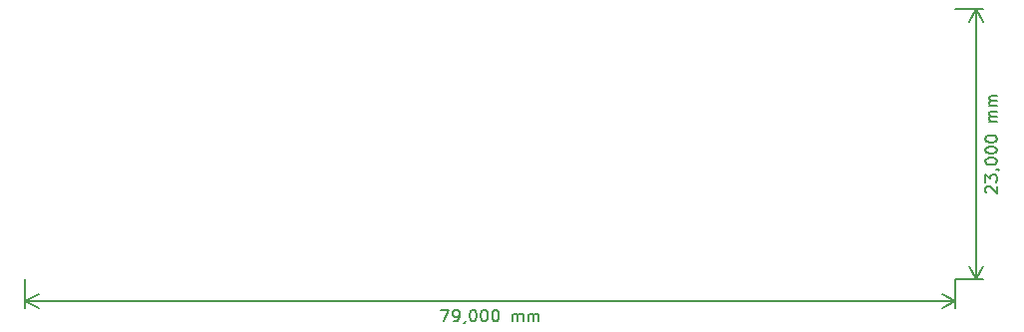
<source format=gbr>
%TF.GenerationSoftware,KiCad,Pcbnew,5.1.6-c6e7f7d~86~ubuntu18.04.1*%
%TF.CreationDate,2020-05-25T18:50:18+02:00*%
%TF.ProjectId,power_supply_5V,706f7765-725f-4737-9570-706c795f3556,1.2*%
%TF.SameCoordinates,Original*%
%TF.FileFunction,OtherDrawing,Comment*%
%FSLAX46Y46*%
G04 Gerber Fmt 4.6, Leading zero omitted, Abs format (unit mm)*
G04 Created by KiCad (PCBNEW 5.1.6-c6e7f7d~86~ubuntu18.04.1) date 2020-05-25 18:50:18*
%MOMM*%
%LPD*%
G01*
G04 APERTURE LIST*
%ADD10C,0.150000*%
G04 APERTURE END LIST*
D10*
X155279619Y-94166657D02*
X155232000Y-94119038D01*
X155184380Y-94023800D01*
X155184380Y-93785704D01*
X155232000Y-93690466D01*
X155279619Y-93642847D01*
X155374857Y-93595228D01*
X155470095Y-93595228D01*
X155612952Y-93642847D01*
X156184380Y-94214276D01*
X156184380Y-93595228D01*
X155184380Y-93261895D02*
X155184380Y-92642847D01*
X155565333Y-92976180D01*
X155565333Y-92833323D01*
X155612952Y-92738085D01*
X155660571Y-92690466D01*
X155755809Y-92642847D01*
X155993904Y-92642847D01*
X156089142Y-92690466D01*
X156136761Y-92738085D01*
X156184380Y-92833323D01*
X156184380Y-93119038D01*
X156136761Y-93214276D01*
X156089142Y-93261895D01*
X156136761Y-92166657D02*
X156184380Y-92166657D01*
X156279619Y-92214276D01*
X156327238Y-92261895D01*
X155184380Y-91547609D02*
X155184380Y-91452371D01*
X155232000Y-91357133D01*
X155279619Y-91309514D01*
X155374857Y-91261895D01*
X155565333Y-91214276D01*
X155803428Y-91214276D01*
X155993904Y-91261895D01*
X156089142Y-91309514D01*
X156136761Y-91357133D01*
X156184380Y-91452371D01*
X156184380Y-91547609D01*
X156136761Y-91642847D01*
X156089142Y-91690466D01*
X155993904Y-91738085D01*
X155803428Y-91785704D01*
X155565333Y-91785704D01*
X155374857Y-91738085D01*
X155279619Y-91690466D01*
X155232000Y-91642847D01*
X155184380Y-91547609D01*
X155184380Y-90595228D02*
X155184380Y-90499990D01*
X155232000Y-90404752D01*
X155279619Y-90357133D01*
X155374857Y-90309514D01*
X155565333Y-90261895D01*
X155803428Y-90261895D01*
X155993904Y-90309514D01*
X156089142Y-90357133D01*
X156136761Y-90404752D01*
X156184380Y-90499990D01*
X156184380Y-90595228D01*
X156136761Y-90690466D01*
X156089142Y-90738085D01*
X155993904Y-90785704D01*
X155803428Y-90833323D01*
X155565333Y-90833323D01*
X155374857Y-90785704D01*
X155279619Y-90738085D01*
X155232000Y-90690466D01*
X155184380Y-90595228D01*
X155184380Y-89642847D02*
X155184380Y-89547609D01*
X155232000Y-89452371D01*
X155279619Y-89404752D01*
X155374857Y-89357133D01*
X155565333Y-89309514D01*
X155803428Y-89309514D01*
X155993904Y-89357133D01*
X156089142Y-89404752D01*
X156136761Y-89452371D01*
X156184380Y-89547609D01*
X156184380Y-89642847D01*
X156136761Y-89738085D01*
X156089142Y-89785704D01*
X155993904Y-89833323D01*
X155803428Y-89880942D01*
X155565333Y-89880942D01*
X155374857Y-89833323D01*
X155279619Y-89785704D01*
X155232000Y-89738085D01*
X155184380Y-89642847D01*
X156184380Y-88119038D02*
X155517714Y-88119038D01*
X155612952Y-88119038D02*
X155565333Y-88071419D01*
X155517714Y-87976180D01*
X155517714Y-87833323D01*
X155565333Y-87738085D01*
X155660571Y-87690466D01*
X156184380Y-87690466D01*
X155660571Y-87690466D02*
X155565333Y-87642847D01*
X155517714Y-87547609D01*
X155517714Y-87404752D01*
X155565333Y-87309514D01*
X155660571Y-87261895D01*
X156184380Y-87261895D01*
X156184380Y-86785704D02*
X155517714Y-86785704D01*
X155612952Y-86785704D02*
X155565333Y-86738085D01*
X155517714Y-86642847D01*
X155517714Y-86499990D01*
X155565333Y-86404752D01*
X155660571Y-86357133D01*
X156184380Y-86357133D01*
X155660571Y-86357133D02*
X155565333Y-86309514D01*
X155517714Y-86214276D01*
X155517714Y-86071419D01*
X155565333Y-85976180D01*
X155660571Y-85928561D01*
X156184380Y-85928561D01*
X154432000Y-101523800D02*
X154432000Y-78523800D01*
X152660000Y-101523800D02*
X155018421Y-101523800D01*
X152660000Y-78523800D02*
X155018421Y-78523800D01*
X154432000Y-78523800D02*
X155018421Y-79650304D01*
X154432000Y-78523800D02*
X153845579Y-79650304D01*
X154432000Y-101523800D02*
X155018421Y-100397296D01*
X154432000Y-101523800D02*
X153845579Y-100397296D01*
X108969523Y-104104980D02*
X109636190Y-104104980D01*
X109207619Y-105104980D01*
X110064761Y-105104980D02*
X110255238Y-105104980D01*
X110350476Y-105057361D01*
X110398095Y-105009742D01*
X110493333Y-104866885D01*
X110540952Y-104676409D01*
X110540952Y-104295457D01*
X110493333Y-104200219D01*
X110445714Y-104152600D01*
X110350476Y-104104980D01*
X110160000Y-104104980D01*
X110064761Y-104152600D01*
X110017142Y-104200219D01*
X109969523Y-104295457D01*
X109969523Y-104533552D01*
X110017142Y-104628790D01*
X110064761Y-104676409D01*
X110160000Y-104724028D01*
X110350476Y-104724028D01*
X110445714Y-104676409D01*
X110493333Y-104628790D01*
X110540952Y-104533552D01*
X111017142Y-105057361D02*
X111017142Y-105104980D01*
X110969523Y-105200219D01*
X110921904Y-105247838D01*
X111636190Y-104104980D02*
X111731428Y-104104980D01*
X111826666Y-104152600D01*
X111874285Y-104200219D01*
X111921904Y-104295457D01*
X111969523Y-104485933D01*
X111969523Y-104724028D01*
X111921904Y-104914504D01*
X111874285Y-105009742D01*
X111826666Y-105057361D01*
X111731428Y-105104980D01*
X111636190Y-105104980D01*
X111540952Y-105057361D01*
X111493333Y-105009742D01*
X111445714Y-104914504D01*
X111398095Y-104724028D01*
X111398095Y-104485933D01*
X111445714Y-104295457D01*
X111493333Y-104200219D01*
X111540952Y-104152600D01*
X111636190Y-104104980D01*
X112588571Y-104104980D02*
X112683809Y-104104980D01*
X112779047Y-104152600D01*
X112826666Y-104200219D01*
X112874285Y-104295457D01*
X112921904Y-104485933D01*
X112921904Y-104724028D01*
X112874285Y-104914504D01*
X112826666Y-105009742D01*
X112779047Y-105057361D01*
X112683809Y-105104980D01*
X112588571Y-105104980D01*
X112493333Y-105057361D01*
X112445714Y-105009742D01*
X112398095Y-104914504D01*
X112350476Y-104724028D01*
X112350476Y-104485933D01*
X112398095Y-104295457D01*
X112445714Y-104200219D01*
X112493333Y-104152600D01*
X112588571Y-104104980D01*
X113540952Y-104104980D02*
X113636190Y-104104980D01*
X113731428Y-104152600D01*
X113779047Y-104200219D01*
X113826666Y-104295457D01*
X113874285Y-104485933D01*
X113874285Y-104724028D01*
X113826666Y-104914504D01*
X113779047Y-105009742D01*
X113731428Y-105057361D01*
X113636190Y-105104980D01*
X113540952Y-105104980D01*
X113445714Y-105057361D01*
X113398095Y-105009742D01*
X113350476Y-104914504D01*
X113302857Y-104724028D01*
X113302857Y-104485933D01*
X113350476Y-104295457D01*
X113398095Y-104200219D01*
X113445714Y-104152600D01*
X113540952Y-104104980D01*
X115064761Y-105104980D02*
X115064761Y-104438314D01*
X115064761Y-104533552D02*
X115112380Y-104485933D01*
X115207619Y-104438314D01*
X115350476Y-104438314D01*
X115445714Y-104485933D01*
X115493333Y-104581171D01*
X115493333Y-105104980D01*
X115493333Y-104581171D02*
X115540952Y-104485933D01*
X115636190Y-104438314D01*
X115779047Y-104438314D01*
X115874285Y-104485933D01*
X115921904Y-104581171D01*
X115921904Y-105104980D01*
X116398095Y-105104980D02*
X116398095Y-104438314D01*
X116398095Y-104533552D02*
X116445714Y-104485933D01*
X116540952Y-104438314D01*
X116683809Y-104438314D01*
X116779047Y-104485933D01*
X116826666Y-104581171D01*
X116826666Y-105104980D01*
X116826666Y-104581171D02*
X116874285Y-104485933D01*
X116969523Y-104438314D01*
X117112380Y-104438314D01*
X117207619Y-104485933D01*
X117255238Y-104581171D01*
X117255238Y-105104980D01*
X73660000Y-103352600D02*
X152660000Y-103352600D01*
X73660000Y-101523800D02*
X73660000Y-103939021D01*
X152660000Y-101523800D02*
X152660000Y-103939021D01*
X152660000Y-103352600D02*
X151533496Y-103939021D01*
X152660000Y-103352600D02*
X151533496Y-102766179D01*
X73660000Y-103352600D02*
X74786504Y-103939021D01*
X73660000Y-103352600D02*
X74786504Y-102766179D01*
M02*

</source>
